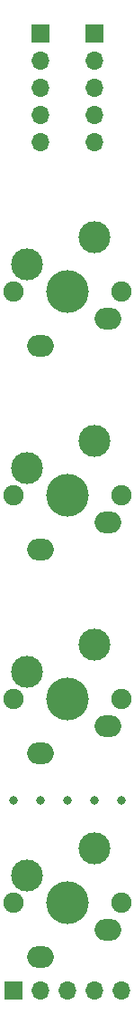
<source format=gts>
%TF.GenerationSoftware,KiCad,Pcbnew,(6.0.4-0)*%
%TF.CreationDate,2022-03-28T13:48:44+08:00*%
%TF.ProjectId,Phalanx,5068616c-616e-4782-9e6b-696361645f70,rev?*%
%TF.SameCoordinates,Original*%
%TF.FileFunction,Soldermask,Top*%
%TF.FilePolarity,Negative*%
%FSLAX46Y46*%
G04 Gerber Fmt 4.6, Leading zero omitted, Abs format (unit mm)*
G04 Created by KiCad (PCBNEW (6.0.4-0)) date 2022-03-28 13:48:44*
%MOMM*%
%LPD*%
G01*
G04 APERTURE LIST*
%ADD10R,1.700000X1.700000*%
%ADD11O,1.700000X1.700000*%
%ADD12C,1.900000*%
%ADD13C,4.000000*%
%ADD14C,3.000000*%
%ADD15O,2.500000X2.000000*%
%ADD16C,0.800000*%
G04 APERTURE END LIST*
D10*
%TO.C,J1*%
X104140000Y-54610000D03*
D11*
X104140000Y-57150000D03*
X104140000Y-59690000D03*
X104140000Y-62230000D03*
X104140000Y-64770000D03*
%TD*%
D12*
%TO.C,SW3*%
X106680000Y-116840000D03*
D13*
X101600000Y-116840000D03*
D12*
X96520000Y-116840000D03*
D14*
X104140000Y-111760000D03*
X97790000Y-114300000D03*
D15*
X99060000Y-121920000D03*
X105410000Y-119380000D03*
%TD*%
D16*
%TO.C,REF\u002A\u002A*%
X104140000Y-126365000D03*
X96520000Y-126365000D03*
X106680000Y-126365000D03*
X101600000Y-126365000D03*
X99060000Y-126365000D03*
%TD*%
D12*
%TO.C,SW4*%
X96520000Y-135890000D03*
D13*
X101600000Y-135890000D03*
D14*
X104140000Y-130810000D03*
D12*
X106680000Y-135890000D03*
D14*
X97790000Y-133350000D03*
D15*
X99060000Y-140970000D03*
X105410000Y-138430000D03*
%TD*%
D12*
%TO.C,SW2*%
X96520000Y-97790000D03*
X106680000Y-97790000D03*
D13*
X101600000Y-97790000D03*
D14*
X104140000Y-92710000D03*
X97790000Y-95250000D03*
D15*
X99060000Y-102870000D03*
X105410000Y-100330000D03*
%TD*%
D10*
%TO.C,J2*%
X99060000Y-54610000D03*
D11*
X99060000Y-57150000D03*
X99060000Y-59690000D03*
X99060000Y-62230000D03*
X99060000Y-64770000D03*
%TD*%
D10*
%TO.C,J3*%
X96520000Y-144145000D03*
D11*
X99060000Y-144145000D03*
X101600000Y-144145000D03*
X104140000Y-144145000D03*
X106680000Y-144145000D03*
%TD*%
D12*
%TO.C,SW1*%
X96520000Y-78740000D03*
D14*
X97790000Y-76200000D03*
D13*
X101600000Y-78740000D03*
D14*
X104140000Y-73660000D03*
D12*
X106680000Y-78740000D03*
D15*
X99060000Y-83820000D03*
X105410000Y-81280000D03*
%TD*%
M02*

</source>
